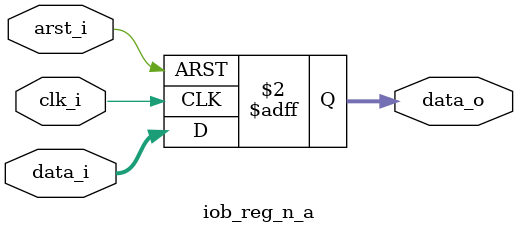
<source format=v>
`timescale 1ns / 1ps

module iob_reg_n_a
  #(
    parameter DATA_W = 0,
    parameter RST_VAL = 0
    )
   (
    input                   clk_i,
    input                   arst_i,
    input [DATA_W-1:0]      data_i,
    output reg [DATA_W-1:0] data_o
    );
   
   always @(negedge clk_i, posedge arst_i) begin
      if (arst_i) begin
         data_o <= RST_VAL[DATA_W-1:0];
      end else begin
         data_o <= data_i;
      end
   end

endmodule

</source>
